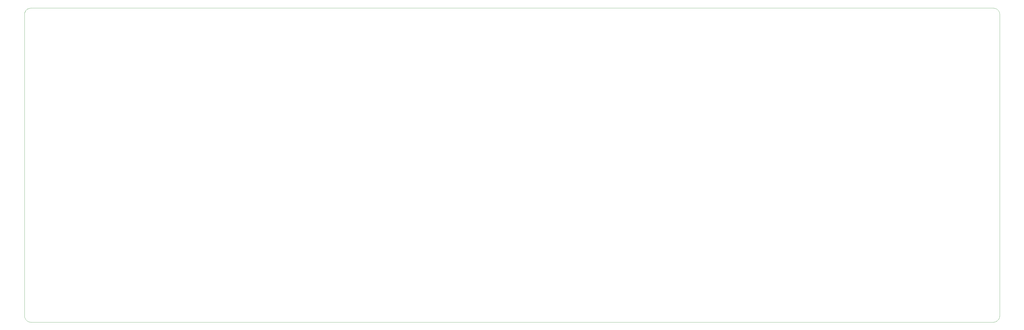
<source format=gbr>
%TF.GenerationSoftware,Altium Limited,Altium Designer,22.1.2 (22)*%
G04 Layer_Color=0*
%FSLAX26Y26*%
%MOIN*%
%TF.SameCoordinates,6AB8E791-3C66-40CF-9B94-9E67D8B32DB7*%
%TF.FilePolarity,Positive*%
%TF.FileFunction,Profile,NP*%
%TF.Part,Single*%
G01*
G75*
%TA.AperFunction,Profile*%
%ADD82C,0.001000*%
D82*
X16415001Y1003D02*
X16437254Y3510D01*
X16458389Y10906D01*
X16477348Y22820D01*
X16493183Y38654D01*
X16505098Y57614D01*
X16512493Y78751D01*
X16514999Y101003D01*
Y3796003D01*
Y3966003D01*
Y4743503D01*
X16512493Y4765755D01*
X16505096Y4786891D01*
X16493181Y4805852D01*
X16477348Y4821686D01*
X16458389Y4833600D01*
X16437250Y4840996D01*
X16415001Y4843503D01*
X11454999Y4843502D01*
X11424999D01*
X8174999Y4843502D01*
X5407500Y4843501D01*
X2820000Y4843500D01*
X1615000D01*
X1592748Y4840993D01*
X1571611Y4833597D01*
X1552651Y4821684D01*
X1536816Y4805849D01*
X1524903Y4786889D01*
X1517507Y4765752D01*
X1515000Y4743500D01*
X1515000Y3813500D01*
X1515000Y101000D01*
X1517508Y78748D01*
X1524904Y57612D01*
X1536817Y38651D01*
X1552652Y22817D01*
X1571612Y10903D01*
X1592748Y3507D01*
X1615000Y1000D01*
X2450000Y1000D01*
X13975000Y1002D01*
X16415001Y1003D01*
%TF.MD5,976cf50cff455b40bf95ac5b47c57216*%
M02*

</source>
